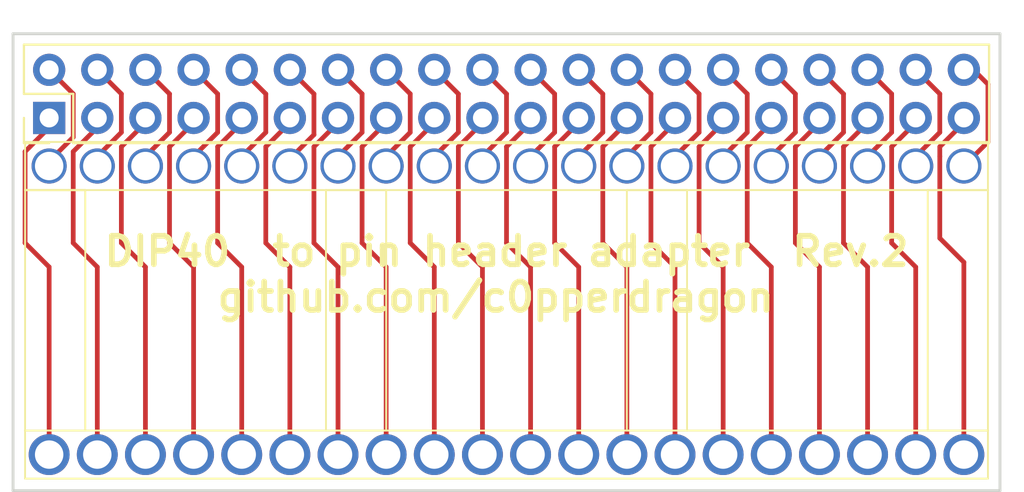
<source format=kicad_pcb>
(kicad_pcb (version 4) (host pcbnew 4.0.4-stable)

  (general
    (links 40)
    (no_connects 0)
    (area 123.695 85.136666 178.665 111.200001)
    (thickness 1.6)
    (drawings 5)
    (tracks 182)
    (zones 0)
    (modules 2)
    (nets 41)
  )

  (page A4)
  (layers
    (0 F.Cu signal)
    (31 B.Cu signal)
    (32 B.Adhes user)
    (33 F.Adhes user)
    (34 B.Paste user)
    (35 F.Paste user)
    (36 B.SilkS user)
    (37 F.SilkS user)
    (38 B.Mask user)
    (39 F.Mask user)
    (40 Dwgs.User user)
    (41 Cmts.User user)
    (42 Eco1.User user)
    (43 Eco2.User user)
    (44 Edge.Cuts user)
    (45 Margin user)
    (46 B.CrtYd user)
    (47 F.CrtYd user)
    (48 B.Fab user)
    (49 F.Fab user)
  )

  (setup
    (last_trace_width 0.25)
    (user_trace_width 0.254)
    (trace_clearance 0.2)
    (zone_clearance 0.508)
    (zone_45_only no)
    (trace_min 0.2)
    (segment_width 0.2)
    (edge_width 0.15)
    (via_size 0.6)
    (via_drill 0.4)
    (via_min_size 0.4)
    (via_min_drill 0.3)
    (user_via 1.778 1.4986)
    (uvia_size 0.3)
    (uvia_drill 0.1)
    (uvias_allowed no)
    (uvia_min_size 0.2)
    (uvia_min_drill 0.1)
    (pcb_text_width 0.3)
    (pcb_text_size 1.5 1.5)
    (mod_edge_width 0.15)
    (mod_text_size 1 1)
    (mod_text_width 0.15)
    (pad_size 1.524 1.524)
    (pad_drill 0.762)
    (pad_to_mask_clearance 0.2)
    (aux_axis_origin 0 0)
    (visible_elements 7FFFFFFF)
    (pcbplotparams
      (layerselection 0x010f0_80000001)
      (usegerberextensions false)
      (excludeedgelayer true)
      (linewidth 0.100000)
      (plotframeref false)
      (viasonmask false)
      (mode 1)
      (useauxorigin false)
      (hpglpennumber 1)
      (hpglpenspeed 20)
      (hpglpendiameter 15)
      (hpglpenoverlay 2)
      (psnegative false)
      (psa4output false)
      (plotreference true)
      (plotvalue true)
      (plotinvisibletext false)
      (padsonsilk false)
      (subtractmaskfromsilk false)
      (outputformat 1)
      (mirror false)
      (drillshape 0)
      (scaleselection 1)
      (outputdirectory gerber))
  )

  (net 0 "")
  (net 1 "Net-(P1-Pad10)")
  (net 2 "Net-(P1-Pad1)")
  (net 3 "Net-(P1-Pad2)")
  (net 4 "Net-(P1-Pad3)")
  (net 5 "Net-(P1-Pad4)")
  (net 6 "Net-(P1-Pad5)")
  (net 7 "Net-(P1-Pad6)")
  (net 8 "Net-(P1-Pad7)")
  (net 9 "Net-(P1-Pad8)")
  (net 10 "Net-(P1-Pad9)")
  (net 11 "Net-(P1-Pad11)")
  (net 12 "Net-(P1-Pad12)")
  (net 13 "Net-(P1-Pad13)")
  (net 14 "Net-(P1-Pad14)")
  (net 15 "Net-(P1-Pad15)")
  (net 16 "Net-(P1-Pad16)")
  (net 17 "Net-(P1-Pad17)")
  (net 18 "Net-(P1-Pad18)")
  (net 19 "Net-(P1-Pad19)")
  (net 20 "Net-(P1-Pad20)")
  (net 21 "Net-(P1-Pad21)")
  (net 22 "Net-(P1-Pad22)")
  (net 23 "Net-(P1-Pad23)")
  (net 24 "Net-(P1-Pad24)")
  (net 25 "Net-(P1-Pad25)")
  (net 26 "Net-(P1-Pad26)")
  (net 27 "Net-(P1-Pad27)")
  (net 28 "Net-(P1-Pad28)")
  (net 29 "Net-(P1-Pad29)")
  (net 30 "Net-(P1-Pad30)")
  (net 31 "Net-(P1-Pad31)")
  (net 32 "Net-(P1-Pad32)")
  (net 33 "Net-(P1-Pad33)")
  (net 34 "Net-(P1-Pad34)")
  (net 35 "Net-(P1-Pad35)")
  (net 36 "Net-(P1-Pad36)")
  (net 37 "Net-(P1-Pad37)")
  (net 38 "Net-(P1-Pad38)")
  (net 39 "Net-(P1-Pad39)")
  (net 40 "Net-(P1-Pad40)")

  (net_class Default "Dies ist die voreingestellte Netzklasse."
    (clearance 0.2)
    (trace_width 0.25)
    (via_dia 0.6)
    (via_drill 0.4)
    (uvia_dia 0.3)
    (uvia_drill 0.1)
    (add_net "Net-(P1-Pad1)")
    (add_net "Net-(P1-Pad10)")
    (add_net "Net-(P1-Pad11)")
    (add_net "Net-(P1-Pad12)")
    (add_net "Net-(P1-Pad13)")
    (add_net "Net-(P1-Pad14)")
    (add_net "Net-(P1-Pad15)")
    (add_net "Net-(P1-Pad16)")
    (add_net "Net-(P1-Pad17)")
    (add_net "Net-(P1-Pad18)")
    (add_net "Net-(P1-Pad19)")
    (add_net "Net-(P1-Pad2)")
    (add_net "Net-(P1-Pad20)")
    (add_net "Net-(P1-Pad21)")
    (add_net "Net-(P1-Pad22)")
    (add_net "Net-(P1-Pad23)")
    (add_net "Net-(P1-Pad24)")
    (add_net "Net-(P1-Pad25)")
    (add_net "Net-(P1-Pad26)")
    (add_net "Net-(P1-Pad27)")
    (add_net "Net-(P1-Pad28)")
    (add_net "Net-(P1-Pad29)")
    (add_net "Net-(P1-Pad3)")
    (add_net "Net-(P1-Pad30)")
    (add_net "Net-(P1-Pad31)")
    (add_net "Net-(P1-Pad32)")
    (add_net "Net-(P1-Pad33)")
    (add_net "Net-(P1-Pad34)")
    (add_net "Net-(P1-Pad35)")
    (add_net "Net-(P1-Pad36)")
    (add_net "Net-(P1-Pad37)")
    (add_net "Net-(P1-Pad38)")
    (add_net "Net-(P1-Pad39)")
    (add_net "Net-(P1-Pad4)")
    (add_net "Net-(P1-Pad40)")
    (add_net "Net-(P1-Pad5)")
    (add_net "Net-(P1-Pad6)")
    (add_net "Net-(P1-Pad7)")
    (add_net "Net-(P1-Pad8)")
    (add_net "Net-(P1-Pad9)")
  )

  (module Pin_Headers:Pin_Header_Straight_2x20_Pitch2.54mm (layer F.Cu) (tedit 5A2D7056) (tstamp 5A2D6A53)
    (at 127 91.44 90)
    (descr "Through hole straight pin header, 2x20, 2.54mm pitch, double rows")
    (tags "Through hole pin header THT 2x20 2.54mm double row")
    (path /5A2E26D1)
    (fp_text reference "" (at 1.27 -2.33 90) (layer F.SilkS)
      (effects (font (size 1 1) (thickness 0.15)))
    )
    (fp_text value CONN_02X20 (at 1.27 50.59 90) (layer F.Fab)
      (effects (font (size 1 1) (thickness 0.15)))
    )
    (fp_line (start 0 -1.27) (end 3.81 -1.27) (layer F.Fab) (width 0.1))
    (fp_line (start 3.81 -1.27) (end 3.81 49.53) (layer F.Fab) (width 0.1))
    (fp_line (start 3.81 49.53) (end -1.27 49.53) (layer F.Fab) (width 0.1))
    (fp_line (start -1.27 49.53) (end -1.27 0) (layer F.Fab) (width 0.1))
    (fp_line (start -1.27 0) (end 0 -1.27) (layer F.Fab) (width 0.1))
    (fp_line (start -1.33 49.59) (end 3.87 49.59) (layer F.SilkS) (width 0.12))
    (fp_line (start -1.33 1.27) (end -1.33 49.59) (layer F.SilkS) (width 0.12))
    (fp_line (start 3.87 -1.33) (end 3.87 49.59) (layer F.SilkS) (width 0.12))
    (fp_line (start -1.33 1.27) (end 1.27 1.27) (layer F.SilkS) (width 0.12))
    (fp_line (start 1.27 1.27) (end 1.27 -1.33) (layer F.SilkS) (width 0.12))
    (fp_line (start 1.27 -1.33) (end 3.87 -1.33) (layer F.SilkS) (width 0.12))
    (fp_line (start -1.33 0) (end -1.33 -1.33) (layer F.SilkS) (width 0.12))
    (fp_line (start -1.33 -1.33) (end 0 -1.33) (layer F.SilkS) (width 0.12))
    (fp_line (start -1.8 -1.8) (end -1.8 50.05) (layer F.CrtYd) (width 0.05))
    (fp_line (start -1.8 50.05) (end 4.35 50.05) (layer F.CrtYd) (width 0.05))
    (fp_line (start 4.35 50.05) (end 4.35 -1.8) (layer F.CrtYd) (width 0.05))
    (fp_line (start 4.35 -1.8) (end -1.8 -1.8) (layer F.CrtYd) (width 0.05))
    (fp_text user %R (at 1.27 24.13 180) (layer F.Fab)
      (effects (font (size 1 1) (thickness 0.15)))
    )
    (pad 1 thru_hole rect (at 0 0 90) (size 1.7 1.7) (drill 1) (layers *.Cu *.Mask)
      (net 2 "Net-(P1-Pad1)"))
    (pad 2 thru_hole oval (at 2.54 0 90) (size 1.7 1.7) (drill 1) (layers *.Cu *.Mask)
      (net 40 "Net-(P1-Pad40)"))
    (pad 3 thru_hole oval (at 0 2.54 90) (size 1.7 1.7) (drill 1) (layers *.Cu *.Mask)
      (net 3 "Net-(P1-Pad2)"))
    (pad 4 thru_hole oval (at 2.54 2.54 90) (size 1.7 1.7) (drill 1) (layers *.Cu *.Mask)
      (net 39 "Net-(P1-Pad39)"))
    (pad 5 thru_hole oval (at 0 5.08 90) (size 1.7 1.7) (drill 1) (layers *.Cu *.Mask)
      (net 4 "Net-(P1-Pad3)"))
    (pad 6 thru_hole oval (at 2.54 5.08 90) (size 1.7 1.7) (drill 1) (layers *.Cu *.Mask)
      (net 38 "Net-(P1-Pad38)"))
    (pad 7 thru_hole oval (at 0 7.62 90) (size 1.7 1.7) (drill 1) (layers *.Cu *.Mask)
      (net 5 "Net-(P1-Pad4)"))
    (pad 8 thru_hole oval (at 2.54 7.62 90) (size 1.7 1.7) (drill 1) (layers *.Cu *.Mask)
      (net 37 "Net-(P1-Pad37)"))
    (pad 9 thru_hole oval (at 0 10.16 90) (size 1.7 1.7) (drill 1) (layers *.Cu *.Mask)
      (net 6 "Net-(P1-Pad5)"))
    (pad 10 thru_hole oval (at 2.54 10.16 90) (size 1.7 1.7) (drill 1) (layers *.Cu *.Mask)
      (net 36 "Net-(P1-Pad36)"))
    (pad 11 thru_hole oval (at 0 12.7 90) (size 1.7 1.7) (drill 1) (layers *.Cu *.Mask)
      (net 7 "Net-(P1-Pad6)"))
    (pad 12 thru_hole oval (at 2.54 12.7 90) (size 1.7 1.7) (drill 1) (layers *.Cu *.Mask)
      (net 35 "Net-(P1-Pad35)"))
    (pad 13 thru_hole oval (at 0 15.24 90) (size 1.7 1.7) (drill 1) (layers *.Cu *.Mask)
      (net 8 "Net-(P1-Pad7)"))
    (pad 14 thru_hole oval (at 2.54 15.24 90) (size 1.7 1.7) (drill 1) (layers *.Cu *.Mask)
      (net 34 "Net-(P1-Pad34)"))
    (pad 15 thru_hole oval (at 0 17.78 90) (size 1.7 1.7) (drill 1) (layers *.Cu *.Mask)
      (net 9 "Net-(P1-Pad8)"))
    (pad 16 thru_hole oval (at 2.54 17.78 90) (size 1.7 1.7) (drill 1) (layers *.Cu *.Mask)
      (net 33 "Net-(P1-Pad33)"))
    (pad 17 thru_hole oval (at 0 20.32 90) (size 1.7 1.7) (drill 1) (layers *.Cu *.Mask)
      (net 10 "Net-(P1-Pad9)"))
    (pad 18 thru_hole oval (at 2.54 20.32 90) (size 1.7 1.7) (drill 1) (layers *.Cu *.Mask)
      (net 32 "Net-(P1-Pad32)"))
    (pad 19 thru_hole oval (at 0 22.86 90) (size 1.7 1.7) (drill 1) (layers *.Cu *.Mask)
      (net 1 "Net-(P1-Pad10)"))
    (pad 20 thru_hole oval (at 2.54 22.86 90) (size 1.7 1.7) (drill 1) (layers *.Cu *.Mask)
      (net 31 "Net-(P1-Pad31)"))
    (pad 21 thru_hole oval (at 0 25.4 90) (size 1.7 1.7) (drill 1) (layers *.Cu *.Mask)
      (net 11 "Net-(P1-Pad11)"))
    (pad 22 thru_hole oval (at 2.54 25.4 90) (size 1.7 1.7) (drill 1) (layers *.Cu *.Mask)
      (net 30 "Net-(P1-Pad30)"))
    (pad 23 thru_hole oval (at 0 27.94 90) (size 1.7 1.7) (drill 1) (layers *.Cu *.Mask)
      (net 12 "Net-(P1-Pad12)"))
    (pad 24 thru_hole oval (at 2.54 27.94 90) (size 1.7 1.7) (drill 1) (layers *.Cu *.Mask)
      (net 29 "Net-(P1-Pad29)"))
    (pad 25 thru_hole oval (at 0 30.48 90) (size 1.7 1.7) (drill 1) (layers *.Cu *.Mask)
      (net 13 "Net-(P1-Pad13)"))
    (pad 26 thru_hole oval (at 2.54 30.48 90) (size 1.7 1.7) (drill 1) (layers *.Cu *.Mask)
      (net 28 "Net-(P1-Pad28)"))
    (pad 27 thru_hole oval (at 0 33.02 90) (size 1.7 1.7) (drill 1) (layers *.Cu *.Mask)
      (net 14 "Net-(P1-Pad14)"))
    (pad 28 thru_hole oval (at 2.54 33.02 90) (size 1.7 1.7) (drill 1) (layers *.Cu *.Mask)
      (net 27 "Net-(P1-Pad27)"))
    (pad 29 thru_hole oval (at 0 35.56 90) (size 1.7 1.7) (drill 1) (layers *.Cu *.Mask)
      (net 15 "Net-(P1-Pad15)"))
    (pad 30 thru_hole oval (at 2.54 35.56 90) (size 1.7 1.7) (drill 1) (layers *.Cu *.Mask)
      (net 26 "Net-(P1-Pad26)"))
    (pad 31 thru_hole oval (at 0 38.1 90) (size 1.7 1.7) (drill 1) (layers *.Cu *.Mask)
      (net 16 "Net-(P1-Pad16)"))
    (pad 32 thru_hole oval (at 2.54 38.1 90) (size 1.7 1.7) (drill 1) (layers *.Cu *.Mask)
      (net 25 "Net-(P1-Pad25)"))
    (pad 33 thru_hole oval (at 0 40.64 90) (size 1.7 1.7) (drill 1) (layers *.Cu *.Mask)
      (net 17 "Net-(P1-Pad17)"))
    (pad 34 thru_hole oval (at 2.54 40.64 90) (size 1.7 1.7) (drill 1) (layers *.Cu *.Mask)
      (net 24 "Net-(P1-Pad24)"))
    (pad 35 thru_hole oval (at 0 43.18 90) (size 1.7 1.7) (drill 1) (layers *.Cu *.Mask)
      (net 18 "Net-(P1-Pad18)"))
    (pad 36 thru_hole oval (at 2.54 43.18 90) (size 1.7 1.7) (drill 1) (layers *.Cu *.Mask)
      (net 23 "Net-(P1-Pad23)"))
    (pad 37 thru_hole oval (at 0 45.72 90) (size 1.7 1.7) (drill 1) (layers *.Cu *.Mask)
      (net 19 "Net-(P1-Pad19)"))
    (pad 38 thru_hole oval (at 2.54 45.72 90) (size 1.7 1.7) (drill 1) (layers *.Cu *.Mask)
      (net 22 "Net-(P1-Pad22)"))
    (pad 39 thru_hole oval (at 0 48.26 90) (size 1.7 1.7) (drill 1) (layers *.Cu *.Mask)
      (net 20 "Net-(P1-Pad20)"))
    (pad 40 thru_hole oval (at 2.54 48.26 90) (size 1.7 1.7) (drill 1) (layers *.Cu *.Mask)
      (net 21 "Net-(P1-Pad21)"))
    (model ${KISYS3DMOD}/Pin_Headers.3dshapes/Pin_Header_Straight_2x20_Pitch2.54mm.wrl
      (at (xyz 0 0 0))
      (scale (xyz 1 1 1))
      (rotate (xyz 0 0 0))
    )
  )

  (module footprints:socket_embedded_40pin (layer F.Cu) (tedit 5A2D7066) (tstamp 5A2D772B)
    (at 149.86 101.6)
    (path /5A2E25A3)
    (fp_text reference "" (at -22.225 -0.635 90) (layer F.SilkS)
      (effects (font (size 1 1) (thickness 0.15)))
    )
    (fp_text value DIL40 (at 24.765 0 90) (layer F.Fab)
      (effects (font (size 1 1) (thickness 0.15)))
    )
    (fp_line (start 7.62 -6.35) (end 7.62 6.35) (layer F.SilkS) (width 0.1))
    (fp_line (start 7.62 6.35) (end 10.795 6.35) (layer F.SilkS) (width 0.1))
    (fp_line (start 10.795 6.35) (end 10.795 -6.35) (layer F.SilkS) (width 0.1))
    (fp_line (start 10.795 -6.35) (end 7.62 -6.35) (layer F.SilkS) (width 0.1))
    (fp_line (start -5.08 -6.35) (end -5.08 6.35) (layer F.SilkS) (width 0.1))
    (fp_line (start -5.08 6.35) (end -8.255 6.35) (layer F.SilkS) (width 0.1))
    (fp_line (start -8.255 6.35) (end -8.255 -6.35) (layer F.SilkS) (width 0.1))
    (fp_line (start -8.255 -6.35) (end -5.08 -6.35) (layer F.SilkS) (width 0.1))
    (fp_line (start 26.67 -6.35) (end 23.495 -6.35) (layer F.SilkS) (width 0.1))
    (fp_line (start 23.495 -6.35) (end 23.495 6.35) (layer F.SilkS) (width 0.1))
    (fp_line (start 23.495 6.35) (end 26.67 6.35) (layer F.SilkS) (width 0.1))
    (fp_line (start 26.67 6.35) (end 26.67 -6.35) (layer F.SilkS) (width 0.1))
    (fp_line (start -24.13 -6.35) (end -20.955 -6.35) (layer F.SilkS) (width 0.1))
    (fp_line (start -20.955 -6.35) (end -20.955 6.35) (layer F.SilkS) (width 0.1))
    (fp_line (start -20.955 6.35) (end -24.13 6.35) (layer F.SilkS) (width 0.1))
    (fp_line (start -24.13 6.35) (end -24.13 -6.35) (layer F.SilkS) (width 0.1))
    (fp_line (start -24.13 -6.35) (end -20.955 -6.35) (layer F.SilkS) (width 0.1))
    (fp_line (start -24.13 6.35) (end -24.13 8.89) (layer F.SilkS) (width 0.1))
    (fp_line (start -24.13 8.89) (end 26.67 8.89) (layer F.SilkS) (width 0.1))
    (fp_line (start 26.67 8.89) (end 26.67 6.35) (layer F.SilkS) (width 0.1))
    (fp_line (start 26.67 6.35) (end -24.13 6.35) (layer F.SilkS) (width 0.1))
    (fp_line (start -24.13 -8.89) (end -24.13 -6.35) (layer F.SilkS) (width 0.1))
    (fp_line (start -24.13 -6.35) (end 26.67 -6.35) (layer F.SilkS) (width 0.1))
    (fp_line (start 26.67 -6.35) (end 26.67 -8.89) (layer F.SilkS) (width 0.1))
    (fp_line (start 26.67 -8.89) (end -24.13 -8.89) (layer F.SilkS) (width 0.1))
    (pad 10 thru_hole circle (at 0 7.62) (size 2.159 2.159) (drill 1.5) (layers *.Cu *.Mask)
      (net 1 "Net-(P1-Pad10)"))
    (pad 1 thru_hole circle (at -22.86 7.62) (size 2.159 2.159) (drill 1.5) (layers *.Cu *.Mask)
      (net 2 "Net-(P1-Pad1)"))
    (pad 2 thru_hole circle (at -20.32 7.62) (size 2.159 2.159) (drill 1.5) (layers *.Cu *.Mask)
      (net 3 "Net-(P1-Pad2)"))
    (pad 3 thru_hole circle (at -17.78 7.62) (size 2.159 2.159) (drill 1.5) (layers *.Cu *.Mask)
      (net 4 "Net-(P1-Pad3)"))
    (pad 4 thru_hole circle (at -15.24 7.62) (size 2.159 2.159) (drill 1.5) (layers *.Cu *.Mask)
      (net 5 "Net-(P1-Pad4)"))
    (pad 5 thru_hole circle (at -12.7 7.62) (size 2.159 2.159) (drill 1.5) (layers *.Cu *.Mask)
      (net 6 "Net-(P1-Pad5)"))
    (pad 6 thru_hole circle (at -10.16 7.62) (size 2.159 2.159) (drill 1.5) (layers *.Cu *.Mask)
      (net 7 "Net-(P1-Pad6)"))
    (pad 7 thru_hole circle (at -7.62 7.62) (size 2.159 2.159) (drill 1.5) (layers *.Cu *.Mask)
      (net 8 "Net-(P1-Pad7)"))
    (pad 8 thru_hole circle (at -5.08 7.62) (size 2.159 2.159) (drill 1.5) (layers *.Cu *.Mask)
      (net 9 "Net-(P1-Pad8)"))
    (pad 9 thru_hole circle (at -2.54 7.62) (size 2.159 2.159) (drill 1.5) (layers *.Cu *.Mask)
      (net 10 "Net-(P1-Pad9)"))
    (pad 11 thru_hole circle (at 2.54 7.62) (size 2.159 2.159) (drill 1.5) (layers *.Cu *.Mask)
      (net 11 "Net-(P1-Pad11)"))
    (pad 12 thru_hole circle (at 5.08 7.62) (size 2.159 2.159) (drill 1.5) (layers *.Cu *.Mask)
      (net 12 "Net-(P1-Pad12)"))
    (pad 13 thru_hole circle (at 7.62 7.62) (size 2.159 2.159) (drill 1.5) (layers *.Cu *.Mask)
      (net 13 "Net-(P1-Pad13)"))
    (pad 14 thru_hole circle (at 10.16 7.62) (size 2.159 2.159) (drill 1.5) (layers *.Cu *.Mask)
      (net 14 "Net-(P1-Pad14)"))
    (pad 15 thru_hole circle (at 12.7 7.62) (size 2.159 2.159) (drill 1.5) (layers *.Cu *.Mask)
      (net 15 "Net-(P1-Pad15)"))
    (pad 16 thru_hole circle (at 15.24 7.62) (size 2.159 2.159) (drill 1.5) (layers *.Cu *.Mask)
      (net 16 "Net-(P1-Pad16)"))
    (pad 17 thru_hole circle (at 17.78 7.62) (size 2.159 2.159) (drill 1.5) (layers *.Cu *.Mask)
      (net 17 "Net-(P1-Pad17)"))
    (pad 18 thru_hole circle (at 20.32 7.62) (size 2.159 2.159) (drill 1.5) (layers *.Cu *.Mask)
      (net 18 "Net-(P1-Pad18)"))
    (pad 19 thru_hole circle (at 22.86 7.62) (size 2.159 2.159) (drill 1.5) (layers *.Cu *.Mask)
      (net 19 "Net-(P1-Pad19)"))
    (pad 20 thru_hole circle (at 25.4 7.62) (size 2.159 2.159) (drill 1.5) (layers *.Cu *.Mask)
      (net 20 "Net-(P1-Pad20)"))
    (pad 21 thru_hole circle (at 25.4 -7.62) (size 1.8542 1.8542) (drill 1.5) (layers *.Cu *.Mask)
      (net 21 "Net-(P1-Pad21)"))
    (pad 22 thru_hole circle (at 22.86 -7.62) (size 1.8542 1.8542) (drill 1.5) (layers *.Cu *.Mask)
      (net 22 "Net-(P1-Pad22)"))
    (pad 23 thru_hole circle (at 20.32 -7.62) (size 1.8542 1.8542) (drill 1.5) (layers *.Cu *.Mask)
      (net 23 "Net-(P1-Pad23)"))
    (pad 24 thru_hole circle (at 17.78 -7.62) (size 1.8542 1.8542) (drill 1.5) (layers *.Cu *.Mask)
      (net 24 "Net-(P1-Pad24)"))
    (pad 25 thru_hole circle (at 15.24 -7.62) (size 1.8542 1.8542) (drill 1.5) (layers *.Cu *.Mask)
      (net 25 "Net-(P1-Pad25)"))
    (pad 26 thru_hole circle (at 12.7 -7.62) (size 1.8542 1.8542) (drill 1.5) (layers *.Cu *.Mask)
      (net 26 "Net-(P1-Pad26)"))
    (pad 27 thru_hole circle (at 10.16 -7.62) (size 1.8542 1.8542) (drill 1.5) (layers *.Cu *.Mask)
      (net 27 "Net-(P1-Pad27)"))
    (pad 28 thru_hole circle (at 7.62 -7.62) (size 1.8542 1.8542) (drill 1.5) (layers *.Cu *.Mask)
      (net 28 "Net-(P1-Pad28)"))
    (pad 29 thru_hole circle (at 5.08 -7.62) (size 1.8542 1.8542) (drill 1.5) (layers *.Cu *.Mask)
      (net 29 "Net-(P1-Pad29)"))
    (pad 30 thru_hole circle (at 2.54 -7.62) (size 1.8542 1.8542) (drill 1.5) (layers *.Cu *.Mask)
      (net 30 "Net-(P1-Pad30)"))
    (pad 31 thru_hole circle (at 0 -7.62) (size 1.8542 1.8542) (drill 1.5) (layers *.Cu *.Mask)
      (net 31 "Net-(P1-Pad31)"))
    (pad 32 thru_hole circle (at -2.54 -7.62) (size 1.8542 1.8542) (drill 1.5) (layers *.Cu *.Mask)
      (net 32 "Net-(P1-Pad32)"))
    (pad 33 thru_hole circle (at -5.08 -7.62) (size 1.8542 1.8542) (drill 1.5) (layers *.Cu *.Mask)
      (net 33 "Net-(P1-Pad33)"))
    (pad 34 thru_hole circle (at -7.62 -7.62) (size 1.8542 1.8542) (drill 1.5) (layers *.Cu *.Mask)
      (net 34 "Net-(P1-Pad34)"))
    (pad 35 thru_hole circle (at -10.16 -7.62) (size 1.8542 1.8542) (drill 1.5) (layers *.Cu *.Mask)
      (net 35 "Net-(P1-Pad35)"))
    (pad 36 thru_hole circle (at -12.7 -7.62) (size 1.8542 1.8542) (drill 1.5) (layers *.Cu *.Mask)
      (net 36 "Net-(P1-Pad36)"))
    (pad 37 thru_hole circle (at -15.24 -7.62) (size 1.8542 1.8542) (drill 1.5) (layers *.Cu *.Mask)
      (net 37 "Net-(P1-Pad37)"))
    (pad 38 thru_hole circle (at -17.78 -7.62) (size 1.8542 1.8542) (drill 1.5) (layers *.Cu *.Mask)
      (net 38 "Net-(P1-Pad38)"))
    (pad 39 thru_hole circle (at -20.32 -7.62) (size 1.8542 1.8542) (drill 1.5) (layers *.Cu *.Mask)
      (net 39 "Net-(P1-Pad39)"))
    (pad 40 thru_hole circle (at -22.86 -7.62) (size 1.8542 1.8542) (drill 1.5) (layers *.Cu *.Mask)
      (net 40 "Net-(P1-Pad40)"))
  )

  (gr_text "DIP40  to pin header adapter  Rev.2\ngithub.com/c0pperdragon " (at 151.13 99.695) (layer F.SilkS)
    (effects (font (size 1.5 1.5) (thickness 0.3)))
  )
  (gr_line (start 177.165 86.995) (end 125.095 86.995) (angle 90) (layer Edge.Cuts) (width 0.15))
  (gr_line (start 177.165 111.125) (end 177.165 86.995) (angle 90) (layer Edge.Cuts) (width 0.15))
  (gr_line (start 125.095 111.125) (end 177.165 111.125) (angle 90) (layer Edge.Cuts) (width 0.15))
  (gr_line (start 125.095 86.995) (end 125.095 111.125) (angle 90) (layer Edge.Cuts) (width 0.15))

  (segment (start 149.86 91.44) (end 149.86 91.694) (width 0.25) (layer F.Cu) (net 1) (status C00000))
  (segment (start 149.86 91.694) (end 148.59 92.964) (width 0.25) (layer F.Cu) (net 1) (tstamp 5A2D7840) (status 400000))
  (segment (start 148.59 92.964) (end 148.59 98.044) (width 0.25) (layer F.Cu) (net 1) (tstamp 5A2D7841))
  (segment (start 148.59 98.044) (end 149.86 99.314) (width 0.25) (layer F.Cu) (net 1) (tstamp 5A2D7843))
  (segment (start 149.86 99.314) (end 149.86 109.22) (width 0.25) (layer F.Cu) (net 1) (tstamp 5A2D7844) (status 800000))
  (segment (start 127 91.44) (end 127 91.948) (width 0.25) (layer F.Cu) (net 2) (status C00000))
  (segment (start 127 91.948) (end 125.73 93.218) (width 0.25) (layer F.Cu) (net 2) (tstamp 5A2D78CC) (status 400000))
  (segment (start 125.73 93.218) (end 125.73 98.044) (width 0.25) (layer F.Cu) (net 2) (tstamp 5A2D78CD))
  (segment (start 125.73 98.044) (end 127 99.314) (width 0.25) (layer F.Cu) (net 2) (tstamp 5A2D78CF))
  (segment (start 127 99.314) (end 127 109.22) (width 0.25) (layer F.Cu) (net 2) (tstamp 5A2D78D0) (status 800000))
  (segment (start 129.54 91.44) (end 129.54 91.694) (width 0.25) (layer F.Cu) (net 3) (status C00000))
  (segment (start 129.794 91.694) (end 128.27 93.218) (width 0.25) (layer F.Cu) (net 3) (tstamp 5A2D78B9))
  (segment (start 128.27 93.218) (end 128.27 98.044) (width 0.25) (layer F.Cu) (net 3) (tstamp 5A2D78BA))
  (segment (start 128.27 98.044) (end 129.54 99.314) (width 0.25) (layer F.Cu) (net 3) (tstamp 5A2D78BC))
  (segment (start 129.54 99.314) (end 129.54 109.22) (width 0.25) (layer F.Cu) (net 3) (tstamp 5A2D78BD) (status 800000))
  (segment (start 132.08 91.44) (end 132.08 91.694) (width 0.25) (layer F.Cu) (net 4) (status C00000))
  (segment (start 132.08 91.694) (end 130.81 92.964) (width 0.25) (layer F.Cu) (net 4) (tstamp 5A2D78A9) (status 400000))
  (segment (start 130.81 92.964) (end 130.81 98.044) (width 0.25) (layer F.Cu) (net 4) (tstamp 5A2D78AA))
  (segment (start 130.81 98.044) (end 132.08 99.314) (width 0.25) (layer F.Cu) (net 4) (tstamp 5A2D78AC))
  (segment (start 132.08 99.314) (end 132.08 109.22) (width 0.25) (layer F.Cu) (net 4) (tstamp 5A2D78AD) (status 800000))
  (segment (start 134.62 91.44) (end 134.62 91.694) (width 0.25) (layer F.Cu) (net 5) (status C00000))
  (segment (start 134.62 91.694) (end 133.35 92.964) (width 0.25) (layer F.Cu) (net 5) (tstamp 5A2D789A) (status 400000))
  (segment (start 133.35 92.964) (end 133.35 98.044) (width 0.25) (layer F.Cu) (net 5) (tstamp 5A2D789B))
  (segment (start 133.35 98.044) (end 134.62 99.314) (width 0.25) (layer F.Cu) (net 5) (tstamp 5A2D789D))
  (segment (start 134.62 99.314) (end 134.62 109.22) (width 0.25) (layer F.Cu) (net 5) (tstamp 5A2D789E) (status 800000))
  (segment (start 137.16 91.44) (end 137.16 91.694) (width 0.25) (layer F.Cu) (net 6) (status C00000))
  (segment (start 137.16 91.694) (end 135.89 92.964) (width 0.25) (layer F.Cu) (net 6) (tstamp 5A2D788B) (status 400000))
  (segment (start 135.89 92.964) (end 135.89 98.044) (width 0.25) (layer F.Cu) (net 6) (tstamp 5A2D788C))
  (segment (start 135.89 98.044) (end 137.16 99.314) (width 0.25) (layer F.Cu) (net 6) (tstamp 5A2D788E))
  (segment (start 137.16 99.314) (end 137.16 109.22) (width 0.25) (layer F.Cu) (net 6) (tstamp 5A2D788F) (status 800000))
  (segment (start 139.7 91.44) (end 139.7 91.694) (width 0.25) (layer F.Cu) (net 7) (status C00000))
  (segment (start 139.7 91.694) (end 138.43 92.964) (width 0.25) (layer F.Cu) (net 7) (tstamp 5A2D787C) (status 400000))
  (segment (start 138.43 92.964) (end 138.43 98.044) (width 0.25) (layer F.Cu) (net 7) (tstamp 5A2D787D))
  (segment (start 138.43 98.044) (end 139.7 99.314) (width 0.25) (layer F.Cu) (net 7) (tstamp 5A2D787F))
  (segment (start 139.7 99.314) (end 139.7 109.22) (width 0.25) (layer F.Cu) (net 7) (tstamp 5A2D7880) (status 800000))
  (segment (start 142.24 91.44) (end 142.24 91.694) (width 0.25) (layer F.Cu) (net 8) (status C00000))
  (segment (start 142.24 91.694) (end 140.97 92.964) (width 0.25) (layer F.Cu) (net 8) (tstamp 5A2D786D) (status 400000))
  (segment (start 140.97 92.964) (end 140.97 98.044) (width 0.25) (layer F.Cu) (net 8) (tstamp 5A2D786E))
  (segment (start 140.97 98.044) (end 142.24 99.314) (width 0.25) (layer F.Cu) (net 8) (tstamp 5A2D7870))
  (segment (start 142.24 99.314) (end 142.24 109.22) (width 0.25) (layer F.Cu) (net 8) (tstamp 5A2D7871) (status 800000))
  (segment (start 144.78 91.44) (end 144.78 91.694) (width 0.25) (layer F.Cu) (net 9) (status C00000))
  (segment (start 144.78 91.694) (end 143.51 92.964) (width 0.25) (layer F.Cu) (net 9) (tstamp 5A2D785E) (status 400000))
  (segment (start 143.51 92.964) (end 143.51 98.044) (width 0.25) (layer F.Cu) (net 9) (tstamp 5A2D785F))
  (segment (start 143.51 98.044) (end 144.78 99.314) (width 0.25) (layer F.Cu) (net 9) (tstamp 5A2D7861))
  (segment (start 144.78 99.314) (end 144.78 109.22) (width 0.25) (layer F.Cu) (net 9) (tstamp 5A2D7862) (status 800000))
  (segment (start 147.32 91.44) (end 147.32 91.694) (width 0.25) (layer F.Cu) (net 10) (status C00000))
  (segment (start 147.32 91.694) (end 146.05 92.964) (width 0.25) (layer F.Cu) (net 10) (tstamp 5A2D784F) (status 400000))
  (segment (start 146.05 92.964) (end 146.05 98.044) (width 0.25) (layer F.Cu) (net 10) (tstamp 5A2D7850))
  (segment (start 146.05 98.044) (end 147.32 99.314) (width 0.25) (layer F.Cu) (net 10) (tstamp 5A2D7852))
  (segment (start 147.32 99.314) (end 147.32 109.22) (width 0.25) (layer F.Cu) (net 10) (tstamp 5A2D7853) (status 800000))
  (segment (start 152.4 91.44) (end 152.4 91.694) (width 0.25) (layer F.Cu) (net 11) (status C00000))
  (segment (start 152.4 91.694) (end 151.13 92.964) (width 0.25) (layer F.Cu) (net 11) (tstamp 5A2D7831) (status 400000))
  (segment (start 151.13 92.964) (end 151.13 98.044) (width 0.25) (layer F.Cu) (net 11) (tstamp 5A2D7832))
  (segment (start 151.13 98.044) (end 152.4 99.314) (width 0.25) (layer F.Cu) (net 11) (tstamp 5A2D7834))
  (segment (start 152.4 99.314) (end 152.4 109.22) (width 0.25) (layer F.Cu) (net 11) (tstamp 5A2D7835) (status 800000))
  (segment (start 154.94 91.44) (end 154.94 91.694) (width 0.25) (layer F.Cu) (net 12) (status C00000))
  (segment (start 154.94 91.694) (end 153.67 92.964) (width 0.25) (layer F.Cu) (net 12) (tstamp 5A2D7822) (status 400000))
  (segment (start 153.67 92.964) (end 153.67 98.044) (width 0.25) (layer F.Cu) (net 12) (tstamp 5A2D7823))
  (segment (start 153.67 98.044) (end 154.94 99.314) (width 0.25) (layer F.Cu) (net 12) (tstamp 5A2D7825))
  (segment (start 154.94 99.314) (end 154.94 109.22) (width 0.25) (layer F.Cu) (net 12) (tstamp 5A2D7826) (status 800000))
  (segment (start 157.48 91.44) (end 157.48 91.694) (width 0.25) (layer F.Cu) (net 13) (status C00000))
  (segment (start 157.48 91.694) (end 156.21 92.964) (width 0.25) (layer F.Cu) (net 13) (tstamp 5A2D7813) (status 400000))
  (segment (start 156.21 92.964) (end 156.21 98.044) (width 0.25) (layer F.Cu) (net 13) (tstamp 5A2D7814))
  (segment (start 156.21 98.044) (end 157.48 99.314) (width 0.25) (layer F.Cu) (net 13) (tstamp 5A2D7816))
  (segment (start 157.48 99.314) (end 157.48 109.22) (width 0.25) (layer F.Cu) (net 13) (tstamp 5A2D7817) (status 800000))
  (segment (start 160.02 91.44) (end 160.02 91.694) (width 0.25) (layer F.Cu) (net 14) (status C00000))
  (segment (start 160.02 91.694) (end 158.75 92.964) (width 0.25) (layer F.Cu) (net 14) (tstamp 5A2D7803) (status 400000))
  (segment (start 158.75 92.964) (end 158.75 98.044) (width 0.25) (layer F.Cu) (net 14) (tstamp 5A2D7804))
  (segment (start 158.75 98.044) (end 160.02 99.314) (width 0.25) (layer F.Cu) (net 14) (tstamp 5A2D7806))
  (segment (start 160.02 99.314) (end 160.02 109.22) (width 0.25) (layer F.Cu) (net 14) (tstamp 5A2D7807) (status 800000))
  (segment (start 162.56 91.44) (end 162.56 91.694) (width 0.25) (layer F.Cu) (net 15) (status C00000))
  (segment (start 162.56 91.694) (end 161.29 92.964) (width 0.25) (layer F.Cu) (net 15) (tstamp 5A2D77F4) (status 400000))
  (segment (start 161.29 92.964) (end 161.29 98.044) (width 0.25) (layer F.Cu) (net 15) (tstamp 5A2D77F5))
  (segment (start 161.29 98.044) (end 162.56 99.314) (width 0.25) (layer F.Cu) (net 15) (tstamp 5A2D77F7))
  (segment (start 162.56 99.314) (end 162.56 109.22) (width 0.25) (layer F.Cu) (net 15) (tstamp 5A2D77F8) (status 800000))
  (segment (start 165.1 91.44) (end 165.1 91.694) (width 0.25) (layer F.Cu) (net 16) (status C00000))
  (segment (start 165.1 91.694) (end 163.83 92.964) (width 0.25) (layer F.Cu) (net 16) (tstamp 5A2D77E5) (status 400000))
  (segment (start 163.83 92.964) (end 163.83 98.044) (width 0.25) (layer F.Cu) (net 16) (tstamp 5A2D77E6))
  (segment (start 163.83 98.044) (end 165.1 99.314) (width 0.25) (layer F.Cu) (net 16) (tstamp 5A2D77E8))
  (segment (start 165.1 99.314) (end 165.1 109.22) (width 0.25) (layer F.Cu) (net 16) (tstamp 5A2D77E9) (status 800000))
  (segment (start 167.64 91.44) (end 167.64 91.694) (width 0.25) (layer F.Cu) (net 17))
  (segment (start 167.64 91.694) (end 166.37 92.964) (width 0.25) (layer F.Cu) (net 17) (tstamp 5A2D77D5))
  (segment (start 166.37 92.964) (end 166.37 98.044) (width 0.25) (layer F.Cu) (net 17) (tstamp 5A2D77D6))
  (segment (start 166.37 98.044) (end 167.64 99.314) (width 0.25) (layer F.Cu) (net 17) (tstamp 5A2D77D8))
  (segment (start 167.64 99.314) (end 167.64 109.22) (width 0.25) (layer F.Cu) (net 17) (tstamp 5A2D77D9))
  (segment (start 170.18 91.44) (end 170.18 91.694) (width 0.25) (layer F.Cu) (net 18))
  (segment (start 170.18 91.694) (end 168.91 92.964) (width 0.25) (layer F.Cu) (net 18) (tstamp 5A2D77C6))
  (segment (start 168.91 92.964) (end 168.91 98.044) (width 0.25) (layer F.Cu) (net 18) (tstamp 5A2D77C7))
  (segment (start 168.91 98.044) (end 170.18 99.314) (width 0.25) (layer F.Cu) (net 18) (tstamp 5A2D77C9))
  (segment (start 170.18 99.314) (end 170.18 109.22) (width 0.25) (layer F.Cu) (net 18) (tstamp 5A2D77CA))
  (segment (start 172.72 91.44) (end 172.72 91.694) (width 0.25) (layer F.Cu) (net 19))
  (segment (start 172.72 91.694) (end 171.45 92.964) (width 0.25) (layer F.Cu) (net 19) (tstamp 5A2D77B6))
  (segment (start 171.45 92.964) (end 171.45 98.044) (width 0.25) (layer F.Cu) (net 19) (tstamp 5A2D77B7))
  (segment (start 171.45 98.044) (end 172.72 99.314) (width 0.25) (layer F.Cu) (net 19) (tstamp 5A2D77B9))
  (segment (start 172.72 99.314) (end 172.72 109.22) (width 0.25) (layer F.Cu) (net 19) (tstamp 5A2D77BB))
  (segment (start 173.99 92.964) (end 175.26 91.694) (width 0.25) (layer F.Cu) (net 20) (tstamp 5A2D70EA))
  (segment (start 175.26 91.694) (end 175.26 91.44) (width 0.25) (layer F.Cu) (net 20) (tstamp 5A2D70EB))
  (segment (start 175.26 91.948) (end 175.26 91.44) (width 0.25) (layer F.Cu) (net 20) (tstamp 5A2D6E9B))
  (segment (start 173.99 93.472) (end 173.99 92.964) (width 0.25) (layer F.Cu) (net 20))
  (segment (start 175.26 99.06) (end 173.99 97.79) (width 0.25) (layer F.Cu) (net 20) (tstamp 5A2D70D0))
  (segment (start 173.99 97.79) (end 173.99 93.472) (width 0.25) (layer F.Cu) (net 20) (tstamp 5A2D70D2))
  (segment (start 175.26 109.22) (end 175.26 99.06) (width 0.25) (layer F.Cu) (net 20))
  (segment (start 175.26 93.98) (end 176.53 92.71) (width 0.25) (layer F.Cu) (net 21))
  (segment (start 176.53 89.662) (end 175.768 88.9) (width 0.25) (layer F.Cu) (net 21) (tstamp 5A2D70DA))
  (segment (start 176.53 92.71) (end 176.53 89.662) (width 0.25) (layer F.Cu) (net 21) (tstamp 5A2D70D9))
  (segment (start 175.768 88.9) (end 175.26 88.9) (width 0.25) (layer F.Cu) (net 21) (tstamp 5A2D70DB))
  (segment (start 172.72 93.98) (end 172.72 93.472) (width 0.25) (layer F.Cu) (net 22))
  (segment (start 172.72 93.472) (end 173.99 92.202) (width 0.25) (layer F.Cu) (net 22) (tstamp 5A2D70E2))
  (segment (start 173.99 92.202) (end 173.99 90.17) (width 0.25) (layer F.Cu) (net 22) (tstamp 5A2D70E3))
  (segment (start 173.99 90.17) (end 172.72 88.9) (width 0.25) (layer F.Cu) (net 22) (tstamp 5A2D70E5))
  (segment (start 170.18 93.98) (end 170.18 93.472) (width 0.25) (layer F.Cu) (net 23))
  (segment (start 170.18 93.472) (end 171.45 92.202) (width 0.25) (layer F.Cu) (net 23) (tstamp 5A2D77BF))
  (segment (start 171.45 92.202) (end 171.45 90.17) (width 0.25) (layer F.Cu) (net 23) (tstamp 5A2D77C0))
  (segment (start 171.45 90.17) (end 170.18 88.9) (width 0.25) (layer F.Cu) (net 23) (tstamp 5A2D77C2))
  (segment (start 167.64 93.98) (end 167.64 93.472) (width 0.25) (layer F.Cu) (net 24))
  (segment (start 167.64 93.472) (end 168.91 92.202) (width 0.25) (layer F.Cu) (net 24) (tstamp 5A2D77CE))
  (segment (start 168.91 92.202) (end 168.91 90.17) (width 0.25) (layer F.Cu) (net 24) (tstamp 5A2D77CF))
  (segment (start 168.91 90.17) (end 167.64 88.9) (width 0.25) (layer F.Cu) (net 24) (tstamp 5A2D77D1))
  (segment (start 165.1 93.98) (end 165.1 93.472) (width 0.25) (layer F.Cu) (net 25))
  (segment (start 165.1 93.472) (end 166.37 92.202) (width 0.25) (layer F.Cu) (net 25) (tstamp 5A2D77DD))
  (segment (start 166.37 92.202) (end 166.37 90.17) (width 0.25) (layer F.Cu) (net 25) (tstamp 5A2D77DE))
  (segment (start 166.37 90.17) (end 165.1 88.9) (width 0.25) (layer F.Cu) (net 25) (tstamp 5A2D77DF))
  (segment (start 162.56 93.98) (end 162.56 93.472) (width 0.25) (layer F.Cu) (net 26) (status C00000))
  (segment (start 162.56 93.472) (end 163.83 92.202) (width 0.25) (layer F.Cu) (net 26) (tstamp 5A2D77ED) (status 400000))
  (segment (start 163.83 92.202) (end 163.83 90.17) (width 0.25) (layer F.Cu) (net 26) (tstamp 5A2D77EE))
  (segment (start 163.83 90.17) (end 162.56 88.9) (width 0.25) (layer F.Cu) (net 26) (tstamp 5A2D77F0) (status 800000))
  (segment (start 160.02 93.98) (end 160.02 93.472) (width 0.25) (layer F.Cu) (net 27) (status C00000))
  (segment (start 160.02 93.472) (end 161.29 92.202) (width 0.25) (layer F.Cu) (net 27) (tstamp 5A2D77FC) (status 400000))
  (segment (start 161.29 92.202) (end 161.29 90.17) (width 0.25) (layer F.Cu) (net 27) (tstamp 5A2D77FD))
  (segment (start 161.29 90.17) (end 160.02 88.9) (width 0.25) (layer F.Cu) (net 27) (tstamp 5A2D77FF) (status 800000))
  (segment (start 157.48 93.98) (end 157.48 93.472) (width 0.25) (layer F.Cu) (net 28) (status C00000))
  (segment (start 157.48 93.472) (end 158.75 92.202) (width 0.25) (layer F.Cu) (net 28) (tstamp 5A2D780B) (status 400000))
  (segment (start 158.75 92.202) (end 158.75 90.17) (width 0.25) (layer F.Cu) (net 28) (tstamp 5A2D780C))
  (segment (start 158.75 90.17) (end 157.48 88.9) (width 0.25) (layer F.Cu) (net 28) (tstamp 5A2D780E) (status 800000))
  (segment (start 154.94 93.98) (end 154.94 93.472) (width 0.25) (layer F.Cu) (net 29) (status C00000))
  (segment (start 154.94 93.472) (end 156.21 92.202) (width 0.25) (layer F.Cu) (net 29) (tstamp 5A2D781B) (status 400000))
  (segment (start 156.21 92.202) (end 156.21 90.17) (width 0.25) (layer F.Cu) (net 29) (tstamp 5A2D781C))
  (segment (start 156.21 90.17) (end 154.94 88.9) (width 0.25) (layer F.Cu) (net 29) (tstamp 5A2D781E) (status 800000))
  (segment (start 152.4 93.98) (end 152.4 93.472) (width 0.25) (layer F.Cu) (net 30) (status C00000))
  (segment (start 152.4 93.472) (end 153.67 92.202) (width 0.25) (layer F.Cu) (net 30) (tstamp 5A2D782A) (status 400000))
  (segment (start 153.67 92.202) (end 153.67 90.17) (width 0.25) (layer F.Cu) (net 30) (tstamp 5A2D782B))
  (segment (start 153.67 90.17) (end 152.4 88.9) (width 0.25) (layer F.Cu) (net 30) (tstamp 5A2D782D) (status 800000))
  (segment (start 149.86 93.98) (end 149.86 93.472) (width 0.25) (layer F.Cu) (net 31) (status C00000))
  (segment (start 149.86 93.472) (end 151.13 92.202) (width 0.25) (layer F.Cu) (net 31) (tstamp 5A2D7839) (status 400000))
  (segment (start 151.13 92.202) (end 151.13 90.17) (width 0.25) (layer F.Cu) (net 31) (tstamp 5A2D783A))
  (segment (start 151.13 90.17) (end 149.86 88.9) (width 0.25) (layer F.Cu) (net 31) (tstamp 5A2D783C) (status 800000))
  (segment (start 147.32 93.98) (end 147.32 93.472) (width 0.25) (layer F.Cu) (net 32) (status C00000))
  (segment (start 147.32 93.472) (end 148.59 92.202) (width 0.25) (layer F.Cu) (net 32) (tstamp 5A2D7848) (status 400000))
  (segment (start 148.59 92.202) (end 148.59 90.17) (width 0.25) (layer F.Cu) (net 32) (tstamp 5A2D7849))
  (segment (start 148.59 90.17) (end 147.32 88.9) (width 0.25) (layer F.Cu) (net 32) (tstamp 5A2D784B) (status 800000))
  (segment (start 144.78 93.98) (end 144.78 93.472) (width 0.25) (layer F.Cu) (net 33) (status C00000))
  (segment (start 144.78 93.472) (end 146.05 92.202) (width 0.25) (layer F.Cu) (net 33) (tstamp 5A2D7857) (status 400000))
  (segment (start 146.05 92.202) (end 146.05 90.17) (width 0.25) (layer F.Cu) (net 33) (tstamp 5A2D7858))
  (segment (start 146.05 90.17) (end 144.78 88.9) (width 0.25) (layer F.Cu) (net 33) (tstamp 5A2D785A) (status 800000))
  (segment (start 142.24 93.98) (end 142.24 93.472) (width 0.25) (layer F.Cu) (net 34) (status C00000))
  (segment (start 142.24 93.472) (end 143.51 92.202) (width 0.25) (layer F.Cu) (net 34) (tstamp 5A2D7866) (status 400000))
  (segment (start 143.51 92.202) (end 143.51 90.17) (width 0.25) (layer F.Cu) (net 34) (tstamp 5A2D7867))
  (segment (start 143.51 90.17) (end 142.24 88.9) (width 0.25) (layer F.Cu) (net 34) (tstamp 5A2D7869) (status 800000))
  (segment (start 139.7 93.98) (end 139.7 93.597602) (width 0.25) (layer F.Cu) (net 35) (status C00000))
  (segment (start 139.7 93.597602) (end 140.97 92.327602) (width 0.25) (layer F.Cu) (net 35) (tstamp 5A2D7875) (status 400000))
  (segment (start 140.97 92.327602) (end 140.97 90.17) (width 0.25) (layer F.Cu) (net 35) (tstamp 5A2D7876))
  (segment (start 140.97 90.17) (end 139.7 88.9) (width 0.25) (layer F.Cu) (net 35) (tstamp 5A2D7878) (status 800000))
  (segment (start 137.16 93.98) (end 137.16 93.472) (width 0.25) (layer F.Cu) (net 36) (status C00000))
  (segment (start 137.16 93.472) (end 138.43 92.202) (width 0.25) (layer F.Cu) (net 36) (tstamp 5A2D7884) (status 400000))
  (segment (start 138.43 92.202) (end 138.43 90.17) (width 0.25) (layer F.Cu) (net 36) (tstamp 5A2D7885))
  (segment (start 138.43 90.17) (end 137.16 88.9) (width 0.25) (layer F.Cu) (net 36) (tstamp 5A2D7887) (status 800000))
  (segment (start 134.62 93.98) (end 134.62 93.472) (width 0.25) (layer F.Cu) (net 37) (status C00000))
  (segment (start 134.62 93.472) (end 135.89 92.202) (width 0.25) (layer F.Cu) (net 37) (tstamp 5A2D7893) (status 400000))
  (segment (start 135.89 92.202) (end 135.89 90.17) (width 0.25) (layer F.Cu) (net 37) (tstamp 5A2D7894))
  (segment (start 135.89 90.17) (end 134.62 88.9) (width 0.25) (layer F.Cu) (net 37) (tstamp 5A2D7896) (status 800000))
  (segment (start 132.08 93.98) (end 132.08 93.472) (width 0.25) (layer F.Cu) (net 38) (status C00000))
  (segment (start 132.08 93.472) (end 133.35 92.202) (width 0.25) (layer F.Cu) (net 38) (tstamp 5A2D78A2) (status 400000))
  (segment (start 133.35 92.202) (end 133.35 90.17) (width 0.25) (layer F.Cu) (net 38) (tstamp 5A2D78A3))
  (segment (start 133.35 90.17) (end 132.08 88.9) (width 0.25) (layer F.Cu) (net 38) (tstamp 5A2D78A5) (status 800000))
  (segment (start 129.54 93.98) (end 129.54 93.472) (width 0.25) (layer F.Cu) (net 39) (status C00000))
  (segment (start 129.54 93.472) (end 130.81 92.202) (width 0.25) (layer F.Cu) (net 39) (tstamp 5A2D78B2) (status 400000))
  (segment (start 130.81 92.202) (end 130.81 90.17) (width 0.25) (layer F.Cu) (net 39) (tstamp 5A2D78B3))
  (segment (start 130.81 90.17) (end 129.54 88.9) (width 0.25) (layer F.Cu) (net 39) (tstamp 5A2D78B5) (status 800000))
  (segment (start 127 93.98) (end 127 93.726) (width 0.25) (layer F.Cu) (net 40) (status C00000))
  (segment (start 127 93.726) (end 128.27 92.456) (width 0.25) (layer F.Cu) (net 40) (tstamp 5A2D78C5) (status 400000))
  (segment (start 128.27 92.456) (end 128.27 90.17) (width 0.25) (layer F.Cu) (net 40) (tstamp 5A2D78C6))
  (segment (start 128.27 90.17) (end 127 88.9) (width 0.25) (layer F.Cu) (net 40) (tstamp 5A2D78C8) (status 800000))

)

</source>
